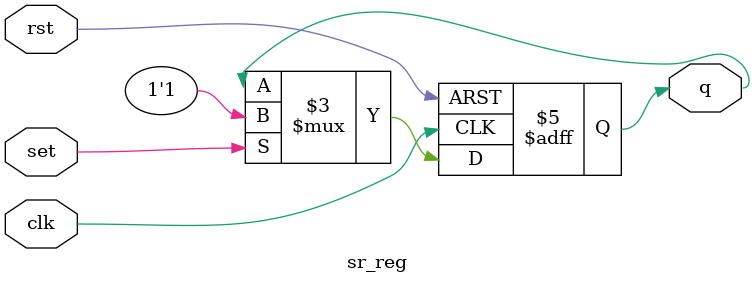
<source format=v>
`timescale 1ns / 1ps


module sr_reg(
        input set, rst, clk,
        output reg q
    );
    
    always @ (posedge clk, posedge rst)
        if (rst) q <= 1'b0;
        else if (set) q <= 1'b1;
        else q <= q;
        
endmodule

</source>
